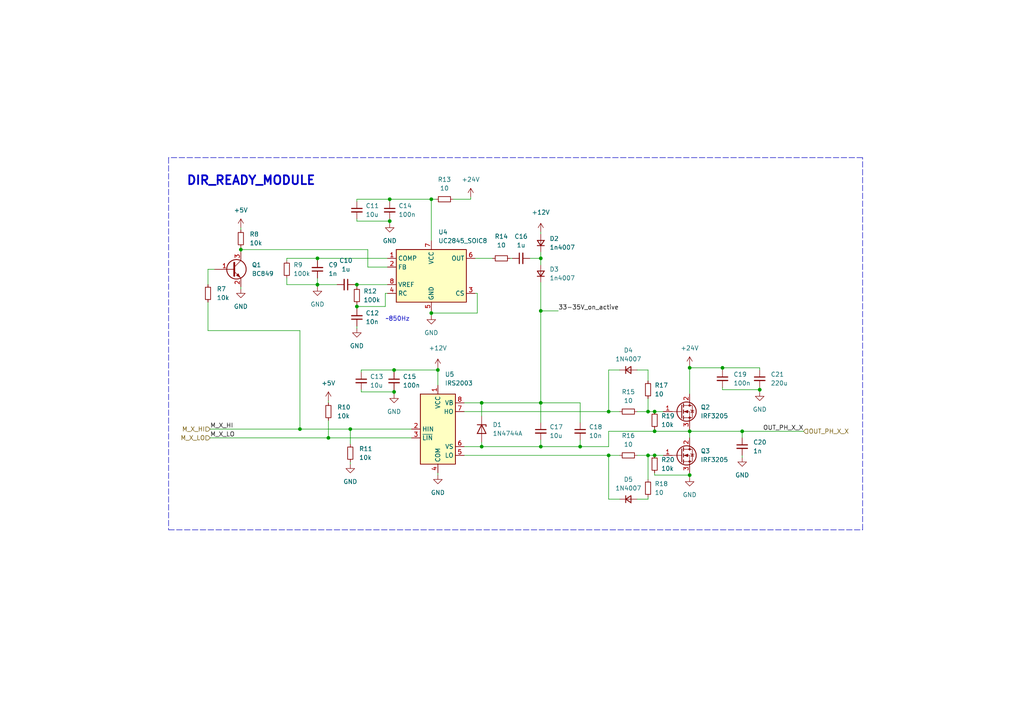
<source format=kicad_sch>
(kicad_sch (version 20211123) (generator eeschema)
  (paper "A4")
  (lib_symbols
    (symbol "Device:C_Small" (pin_numbers hide) (pin_names (offset 0.254) hide)
      (property "Reference" "C" (at 0.254 1.778 0))
      (property "Value" "C_Small" (at 0.254 -2.032 0))
      (symbol "C_Small_0_1"
        (polyline (pts (xy -1.524 -0.508) (xy 1.524 -0.508)) (stroke (width 0.3302)))
        (polyline (pts (xy -1.524 0.508) (xy 1.524 0.508)) (stroke (width 0.3048)))
      )
      (symbol "C_Small_1_1"
        (pin passive line (at 0 2.54 270) (length 2.032) (name "~") (number "1"))
        (pin passive line (at 0 -2.54 90) (length 2.032) (name "~") (number "2"))
      )
    )
    (symbol "Device:D_Small" (pin_numbers hide) (pin_names (offset 0.254) hide)
      (property "Reference" "D" (at -1.27 2.032 0))
      (property "Value" "D_Small" (at -3.81 -2.032 0))
      (symbol "D_Small_0_1"
        (polyline (pts (xy -0.762 -1.016) (xy -0.762 1.016)) (stroke (width 0.254)))
        (polyline (pts (xy -0.762 0) (xy 0.762 0)))
        (polyline (pts (xy 0.762 -1.016) (xy -0.762 0) (xy 0.762 1.016) (xy 0.762 -1.016)) (stroke (width 0.254)))
      )
      (symbol "D_Small_1_1"
        (pin passive line (at -2.54 0 0) (length 1.778) (name "K") (number "1"))
        (pin passive line (at 2.54 0 180) (length 1.778) (name "A") (number "2"))
      )
    )
    (symbol "Device:R_Small" (pin_numbers hide) (pin_names (offset 0.254) hide)
      (property "Reference" "R" (at 0.762 0.508 0))
      (property "Value" "R_Small" (at 0.762 -1.016 0))
      (symbol "R_Small_0_1"
        (rectangle (start -0.762 1.778) (end 0.762 -1.778) (stroke (width 0.2032)))
      )
      (symbol "R_Small_1_1"
        (pin passive line (at 0 2.54 270) (length 0.762) (name "~") (number "1"))
        (pin passive line (at 0 -2.54 90) (length 0.762) (name "~") (number "2"))
      )
    )
    (symbol "Diode:BZV55C15" (pin_numbers hide) (pin_names hide)
      (property "Reference" "D" (at 0 2.54 0))
      (property "Value" "BZV55C15" (at 0 -2.54 0))
      (symbol "BZV55C15_0_1"
        (polyline (pts (xy 1.27 0) (xy -1.27 0)))
        (polyline (pts (xy -1.27 -1.27) (xy -1.27 1.27) (xy -0.762 1.27)) (stroke (width 0.254)))
        (polyline (pts (xy 1.27 -1.27) (xy 1.27 1.27) (xy -1.27 0) (xy 1.27 -1.27)) (stroke (width 0.254)))
      )
      (symbol "BZV55C15_1_1"
        (pin passive line (at -3.81 0 0) (length 2.54) (name "K") (number "1"))
        (pin passive line (at 3.81 0 180) (length 2.54) (name "A") (number "2"))
      )
    )
    (symbol "Driver_FET:IRS2003"
      (property "Reference" "U" (at 1.27 13.335 0))
      (property "Value" "IRS2003" (at 1.27 11.43 0))
      (symbol "IRS2003_0_1"
        (rectangle (start -5.08 -10.16) (end 5.08 10.16) (stroke (width 0.254)) (fill (type background)))
      )
      (symbol "IRS2003_1_1"
        (pin power_in line (at 0 12.7 270) (length 2.54) (name "VCC") (number "1"))
        (pin input line (at -7.62 0 0) (length 2.54) (name "HIN") (number "2"))
        (pin input line (at -7.62 -2.54 0) (length 2.54) (name "~{LIN}") (number "3"))
        (pin power_in line (at 0 -12.7 90) (length 2.54) (name "COM") (number "4"))
        (pin output line (at 7.62 -7.62 180) (length 2.54) (name "LO") (number "5"))
        (pin passive line (at 7.62 -5.08 180) (length 2.54) (name "VS") (number "6"))
        (pin output line (at 7.62 5.08 180) (length 2.54) (name "HO") (number "7"))
        (pin passive line (at 7.62 7.62 180) (length 2.54) (name "VB") (number "8"))
      )
    )
    (symbol "Regulator_Controller:UC3844_SOIC8"
      (property "Reference" "U" (at 3.81 11.43 0))
      (property "Value" "UC3844_SOIC8" (at 3.81 8.89 0))
      (symbol "UC3844_SOIC8_0_1"
        (rectangle (start -10.16 -7.62) (end 10.16 7.62) (stroke (width 0.254)) (fill (type background)))
      )
      (symbol "UC3844_SOIC8_1_1"
        (pin passive line (at -12.7 5.08 0) (length 2.54) (name "COMP") (number "1"))
        (pin input line (at -12.7 2.54 0) (length 2.54) (name "FB") (number "2"))
        (pin input line (at 12.7 -5.08 180) (length 2.54) (name "CS") (number "3"))
        (pin passive line (at -12.7 -5.08 0) (length 2.54) (name "RC") (number "4"))
        (pin power_in line (at 0 -10.16 90) (length 2.54) (name "GND") (number "5"))
        (pin output line (at 12.7 5.08 180) (length 2.54) (name "OUT") (number "6"))
        (pin power_in line (at 0 10.16 270) (length 2.54) (name "VCC") (number "7"))
        (pin power_out line (at -12.7 -2.54 0) (length 2.54) (name "VREF") (number "8"))
      )
    )
    (symbol "Transistor_BJT:BC847" (pin_names (offset 0) hide)
      (property "Reference" "Q" (at 5.08 1.905 0))
      (property "Value" "BC847" (at 5.08 0 0))
      (symbol "BC847_0_1"
        (polyline (pts (xy 0.635 0.635) (xy 2.54 2.54)))
        (polyline (pts (xy 0.635 -0.635) (xy 2.54 -2.54) (xy 2.54 -2.54)))
        (polyline (pts (xy 0.635 1.905) (xy 0.635 -1.905) (xy 0.635 -1.905)) (stroke (width 0.508)))
        (polyline (pts (xy 1.27 -1.778) (xy 1.778 -1.27) (xy 2.286 -2.286) (xy 1.27 -1.778) (xy 1.27 -1.778)) (fill (type outline)))
        (circle (center 1.27 0) (radius 2.8194) (stroke (width 0.254)))
      )
      (symbol "BC847_1_1"
        (pin input line (at -5.08 0 0) (length 5.715) (name "B") (number "1"))
        (pin passive line (at 2.54 -5.08 90) (length 2.54) (name "E") (number "2"))
        (pin passive line (at 2.54 5.08 270) (length 2.54) (name "C") (number "3"))
      )
    )
    (symbol "Transistor_FET:IRF3205" (pin_names hide)
      (property "Reference" "Q" (at 6.35 1.905 0))
      (property "Value" "IRF3205" (at 6.35 0 0))
      (symbol "IRF3205_0_1"
        (polyline (pts (xy 0.254 0) (xy -2.54 0)))
        (polyline (pts (xy 0.254 1.905) (xy 0.254 -1.905)) (stroke (width 0.254)))
        (polyline (pts (xy 0.762 -1.27) (xy 0.762 -2.286)) (stroke (width 0.254)))
        (polyline (pts (xy 0.762 0.508) (xy 0.762 -0.508)) (stroke (width 0.254)))
        (polyline (pts (xy 0.762 2.286) (xy 0.762 1.27)) (stroke (width 0.254)))
        (polyline (pts (xy 2.54 2.54) (xy 2.54 1.778)))
        (polyline (pts (xy 2.54 -2.54) (xy 2.54 0) (xy 0.762 0)))
        (polyline (pts (xy 0.762 -1.778) (xy 3.302 -1.778) (xy 3.302 1.778) (xy 0.762 1.778)))
        (polyline (pts (xy 1.016 0) (xy 2.032 0.381) (xy 2.032 -0.381) (xy 1.016 0)) (fill (type outline)))
        (polyline (pts (xy 2.794 0.508) (xy 2.921 0.381) (xy 3.683 0.381) (xy 3.81 0.254)))
        (polyline (pts (xy 3.302 0.381) (xy 2.921 -0.254) (xy 3.683 -0.254) (xy 3.302 0.381)))
        (circle (center 1.651 0) (radius 2.794) (stroke (width 0.254)))
        (circle (center 2.54 -1.778) (radius 0.254) (fill (type outline)))
        (circle (center 2.54 1.778) (radius 0.254) (fill (type outline)))
      )
      (symbol "IRF3205_1_1"
        (pin input line (at -5.08 0 0) (length 2.54) (name "G") (number "1"))
        (pin passive line (at 2.54 5.08 270) (length 2.54) (name "D") (number "2"))
        (pin passive line (at 2.54 -5.08 90) (length 2.54) (name "S") (number "3"))
      )
    )
    (symbol "power:+12V" (power) (pin_names (offset 0))
      (property "Value" "+12V" (at 0 3.556 0))
      (symbol "+12V_0_1"
        (polyline (pts (xy -0.762 1.27) (xy 0 2.54)))
        (polyline (pts (xy 0 0) (xy 0 2.54)))
        (polyline (pts (xy 0 2.54) (xy 0.762 1.27)))
      )
      (symbol "+12V_1_1"
        (pin power_in line (at 0 0 90) (length 0) hide (name "+12V") (number "1"))
      )
    )
    (symbol "power:+24V" (power) (pin_names (offset 0))
      (property "Value" "+24V" (at 0 3.556 0))
      (symbol "+24V_0_1"
        (polyline (pts (xy -0.762 1.27) (xy 0 2.54)))
        (polyline (pts (xy 0 0) (xy 0 2.54)))
        (polyline (pts (xy 0 2.54) (xy 0.762 1.27)))
      )
      (symbol "+24V_1_1"
        (pin power_in line (at 0 0 90) (length 0) hide (name "+24V") (number "1"))
      )
    )
    (symbol "power:+5V" (power) (pin_names (offset 0))
      (property "Value" "+5V" (at 0 3.556 0))
      (symbol "+5V_0_1"
        (polyline (pts (xy -0.762 1.27) (xy 0 2.54)))
        (polyline (pts (xy 0 0) (xy 0 2.54)))
        (polyline (pts (xy 0 2.54) (xy 0.762 1.27)))
      )
      (symbol "+5V_1_1"
        (pin power_in line (at 0 0 90) (length 0) hide (name "+5V") (number "1"))
      )
    )
    (symbol "power:GND" (power) (pin_names (offset 0))
      (property "Value" "GND" (at 0 -3.81 0))
      (symbol "GND_0_1"
        (polyline (pts (xy 0 0) (xy 0 -1.27) (xy 1.27 -1.27) (xy 0 -2.54) (xy -1.27 -1.27) (xy 0 -1.27)))
      )
      (symbol "GND_1_1"
        (pin power_in line (at 0 0 270) (length 0) hide (name "GND") (number "1"))
      )
    )
  )
  (junction (at 114.3 113.665))
  (junction (at 200.025 125.095))
  (junction (at 168.275 129.54))
  (junction (at 176.53 132.08))
  (junction (at 209.55 106.68))
  (junction (at 215.265 125.095))
  (junction (at 200.025 137.795))
  (junction (at 156.845 116.84))
  (junction (at 92.075 82.55))
  (junction (at 139.7 129.54))
  (junction (at 156.845 129.54))
  (junction (at 156.845 90.17))
  (junction (at 200.025 106.68))
  (junction (at 189.865 132.08))
  (junction (at 114.3 107.315))
  (junction (at 92.075 74.93))
  (junction (at 125.095 57.785))
  (junction (at 113.03 64.135))
  (junction (at 69.85 72.39))
  (junction (at 176.53 119.38))
  (junction (at 139.7 116.84))
  (junction (at 113.03 57.785))
  (junction (at 103.505 82.55))
  (junction (at 220.345 113.03))
  (junction (at 127 107.315))
  (junction (at 156.845 74.93))
  (junction (at 189.865 125.095))
  (junction (at 103.505 88.9))
  (junction (at 101.6 124.46))
  (junction (at 187.96 119.38))
  (junction (at 125.095 90.805))
  (junction (at 189.865 119.38))
  (junction (at 95.25 127))
  (junction (at 86.995 124.46))
  (junction (at 187.96 132.08))
  (wire (pts (xy 200.025 106.045) (xy 200.025 106.68)))
  (wire (pts (xy 215.265 132.08) (xy 215.265 132.715)))
  (wire (pts (xy 112.395 77.47) (xy 106.68 77.47)))
  (wire (pts (xy 103.505 57.785) (xy 113.03 57.785)))
  (wire (pts (xy 106.68 77.47) (xy 106.68 72.39)))
  (wire (pts (xy 220.345 107.315) (xy 220.345 106.68)))
  (wire (pts (xy 134.62 119.38) (xy 176.53 119.38)))
  (wire (pts (xy 138.43 85.09) (xy 138.43 90.805)))
  (wire (pts (xy 104.775 113.665) (xy 114.3 113.665)))
  (wire (pts (xy 60.96 127) (xy 95.25 127)))
  (wire (pts (xy 92.075 82.55) (xy 92.075 83.185)))
  (wire (pts (xy 184.785 132.08) (xy 187.96 132.08)))
  (wire (pts (xy 156.845 90.17) (xy 156.845 116.84)))
  (wire (pts (xy 176.53 144.78) (xy 176.53 132.08)))
  (wire (pts (xy 101.6 124.46) (xy 101.6 128.905)))
  (wire (pts (xy 139.7 128.27) (xy 139.7 129.54)))
  (wire (pts (xy 95.25 121.92) (xy 95.25 127)))
  (wire (pts (xy 176.53 132.08) (xy 179.705 132.08)))
  (wire (pts (xy 187.96 119.38) (xy 189.865 119.38)))
  (polyline (pts (xy 250.19 153.67) (xy 250.19 45.72)))
  (wire (pts (xy 125.095 57.785) (xy 113.03 57.785)))
  (wire (pts (xy 156.845 129.54) (xy 139.7 129.54)))
  (wire (pts (xy 179.705 107.315) (xy 176.53 107.315)))
  (wire (pts (xy 103.505 58.42) (xy 103.505 57.785)))
  (wire (pts (xy 156.845 74.93) (xy 156.845 73.025)))
  (wire (pts (xy 92.075 74.93) (xy 92.075 75.565)))
  (polyline (pts (xy 250.19 45.72) (xy 48.895 45.72)))
  (wire (pts (xy 187.96 144.145) (xy 187.96 144.78)))
  (wire (pts (xy 86.995 124.46) (xy 101.6 124.46)))
  (polyline (pts (xy 48.895 45.72) (xy 48.895 153.67)))
  (wire (pts (xy 103.505 82.55) (xy 103.505 83.185)))
  (wire (pts (xy 147.955 74.93) (xy 148.59 74.93)))
  (wire (pts (xy 95.25 127) (xy 119.38 127)))
  (wire (pts (xy 176.53 125.095) (xy 189.865 125.095)))
  (wire (pts (xy 113.03 64.135) (xy 113.03 63.5)))
  (wire (pts (xy 138.43 90.805) (xy 125.095 90.805)))
  (wire (pts (xy 176.53 119.38) (xy 179.705 119.38)))
  (wire (pts (xy 200.025 125.095) (xy 189.865 125.095)))
  (wire (pts (xy 189.865 132.08) (xy 192.405 132.08)))
  (wire (pts (xy 103.505 94.615) (xy 103.505 95.25)))
  (wire (pts (xy 103.505 88.9) (xy 103.505 89.535)))
  (wire (pts (xy 215.265 125.095) (xy 233.045 125.095)))
  (wire (pts (xy 69.85 72.39) (xy 106.68 72.39)))
  (wire (pts (xy 187.96 110.49) (xy 187.96 107.315)))
  (wire (pts (xy 125.095 69.85) (xy 125.095 57.785)))
  (wire (pts (xy 200.025 137.795) (xy 200.025 138.43)))
  (wire (pts (xy 69.85 71.755) (xy 69.85 72.39)))
  (wire (pts (xy 137.795 85.09) (xy 138.43 85.09)))
  (wire (pts (xy 168.275 129.54) (xy 156.845 129.54)))
  (wire (pts (xy 220.345 112.395) (xy 220.345 113.03)))
  (wire (pts (xy 103.505 64.135) (xy 113.03 64.135)))
  (wire (pts (xy 209.55 112.395) (xy 209.55 113.03)))
  (wire (pts (xy 187.96 132.08) (xy 189.865 132.08)))
  (wire (pts (xy 60.325 95.885) (xy 86.995 95.885)))
  (wire (pts (xy 114.3 113.03) (xy 114.3 113.665)))
  (wire (pts (xy 156.845 116.84) (xy 156.845 122.555)))
  (wire (pts (xy 215.265 125.095) (xy 215.265 127)))
  (wire (pts (xy 83.185 82.55) (xy 83.185 80.645)))
  (wire (pts (xy 69.85 66.04) (xy 69.85 66.675)))
  (wire (pts (xy 112.395 85.09) (xy 111.76 85.09)))
  (wire (pts (xy 92.075 82.55) (xy 83.185 82.55)))
  (wire (pts (xy 156.845 74.93) (xy 156.845 76.835)))
  (wire (pts (xy 134.62 116.84) (xy 139.7 116.84)))
  (wire (pts (xy 184.785 119.38) (xy 187.96 119.38)))
  (wire (pts (xy 97.79 82.55) (xy 92.075 82.55)))
  (wire (pts (xy 92.075 80.645) (xy 92.075 82.55)))
  (wire (pts (xy 200.025 124.46) (xy 200.025 125.095)))
  (wire (pts (xy 189.865 124.46) (xy 189.865 125.095)))
  (wire (pts (xy 187.96 107.315) (xy 184.785 107.315)))
  (wire (pts (xy 83.185 74.93) (xy 83.185 75.565)))
  (wire (pts (xy 187.96 115.57) (xy 187.96 119.38)))
  (wire (pts (xy 187.96 132.08) (xy 187.96 139.065)))
  (wire (pts (xy 184.785 144.78) (xy 187.96 144.78)))
  (wire (pts (xy 127 106.68) (xy 127 107.315)))
  (wire (pts (xy 200.025 106.68) (xy 200.025 114.3)))
  (wire (pts (xy 114.3 114.3) (xy 114.3 113.665)))
  (wire (pts (xy 69.85 83.185) (xy 69.85 83.82)))
  (wire (pts (xy 127 107.315) (xy 127 111.76)))
  (wire (pts (xy 69.85 72.39) (xy 69.85 73.025)))
  (wire (pts (xy 209.55 106.68) (xy 220.345 106.68)))
  (wire (pts (xy 156.845 67.31) (xy 156.845 67.945)))
  (polyline (pts (xy 48.895 153.67) (xy 250.19 153.67)))
  (wire (pts (xy 189.865 119.38) (xy 192.405 119.38)))
  (wire (pts (xy 114.3 107.95) (xy 114.3 107.315)))
  (wire (pts (xy 102.87 82.55) (xy 103.505 82.55)))
  (wire (pts (xy 137.795 74.93) (xy 142.875 74.93)))
  (wire (pts (xy 83.185 74.93) (xy 92.075 74.93)))
  (wire (pts (xy 179.705 144.78) (xy 176.53 144.78)))
  (wire (pts (xy 104.775 113.03) (xy 104.775 113.665)))
  (wire (pts (xy 168.275 122.555) (xy 168.275 116.84)))
  (wire (pts (xy 189.865 137.795) (xy 200.025 137.795)))
  (wire (pts (xy 200.025 125.095) (xy 200.025 127)))
  (wire (pts (xy 168.275 116.84) (xy 156.845 116.84)))
  (wire (pts (xy 136.525 57.15) (xy 136.525 57.785)))
  (wire (pts (xy 103.505 88.265) (xy 103.505 88.9)))
  (wire (pts (xy 209.55 113.03) (xy 220.345 113.03)))
  (wire (pts (xy 60.325 87.63) (xy 60.325 95.885)))
  (wire (pts (xy 156.845 90.17) (xy 161.925 90.17)))
  (wire (pts (xy 139.7 116.84) (xy 156.845 116.84)))
  (wire (pts (xy 200.025 125.095) (xy 215.265 125.095)))
  (wire (pts (xy 168.275 127.635) (xy 168.275 129.54)))
  (wire (pts (xy 112.395 82.55) (xy 103.505 82.55)))
  (wire (pts (xy 200.025 106.68) (xy 209.55 106.68)))
  (wire (pts (xy 125.095 90.17) (xy 125.095 90.805)))
  (wire (pts (xy 60.96 124.46) (xy 86.995 124.46)))
  (wire (pts (xy 176.53 107.315) (xy 176.53 119.38)))
  (wire (pts (xy 200.025 137.16) (xy 200.025 137.795)))
  (wire (pts (xy 111.76 85.09) (xy 111.76 88.9)))
  (wire (pts (xy 220.345 113.03) (xy 220.345 113.665)))
  (wire (pts (xy 127 137.16) (xy 127 137.795)))
  (wire (pts (xy 156.845 81.915) (xy 156.845 90.17)))
  (wire (pts (xy 113.03 57.785) (xy 113.03 58.42)))
  (wire (pts (xy 111.76 88.9) (xy 103.505 88.9)))
  (wire (pts (xy 86.995 95.885) (xy 86.995 124.46)))
  (wire (pts (xy 139.7 116.84) (xy 139.7 120.65)))
  (wire (pts (xy 60.325 78.105) (xy 60.325 82.55)))
  (wire (pts (xy 114.3 107.315) (xy 127 107.315)))
  (wire (pts (xy 125.095 91.44) (xy 125.095 90.805)))
  (wire (pts (xy 126.365 57.785) (xy 125.095 57.785)))
  (wire (pts (xy 101.6 124.46) (xy 119.38 124.46)))
  (wire (pts (xy 156.845 127.635) (xy 156.845 129.54)))
  (wire (pts (xy 104.775 107.315) (xy 114.3 107.315)))
  (wire (pts (xy 92.075 74.93) (xy 112.395 74.93)))
  (wire (pts (xy 134.62 132.08) (xy 176.53 132.08)))
  (wire (pts (xy 176.53 125.095) (xy 176.53 129.54)))
  (wire (pts (xy 95.25 116.205) (xy 95.25 116.84)))
  (wire (pts (xy 153.67 74.93) (xy 156.845 74.93)))
  (wire (pts (xy 139.7 129.54) (xy 134.62 129.54)))
  (wire (pts (xy 136.525 57.785) (xy 131.445 57.785)))
  (wire (pts (xy 62.23 78.105) (xy 60.325 78.105)))
  (wire (pts (xy 176.53 129.54) (xy 168.275 129.54)))
  (wire (pts (xy 209.55 107.315) (xy 209.55 106.68)))
  (wire (pts (xy 103.505 63.5) (xy 103.505 64.135)))
  (wire (pts (xy 104.775 107.315) (xy 104.775 107.95)))
  (wire (pts (xy 113.03 64.135) (xy 113.03 64.77)))
  (wire (pts (xy 101.6 133.985) (xy 101.6 134.62)))
  (wire (pts (xy 189.865 137.16) (xy 189.865 137.795)))
  (text "DIR_READY_MODULE" (at 53.975 53.975 0) (effects (font (size 2.54 2.54) (thickness 0.508) bold) (justify left bottom)))
  (text "~850Hz" (at 111.76 93.345 0) (effects (font (size 1.27 1.27)) (justify left bottom)))
  (label "M_X_LO" (at 60.96 127 0))
  (label "M_X_HI" (at 60.96 124.46 0))
  (label "33-35V_on_active" (at 161.925 90.17 0))
  (label "OUT_PH_X_X" (at 233.045 125.095 180))
  (hierarchical_label "M_X_HI" (shape input) (at 60.96 124.46 180))
  (hierarchical_label "OUT_PH_X_X" (shape input) (at 233.045 125.095 0))
  (hierarchical_label "M_X_LO" (shape input) (at 60.96 127 180))
  (symbol (lib_id "Device:R_Small") (at 182.245 132.08 90) (unit 1)
    (property "Reference" "R16" (at 182.245 126.365 90))
    (property "Value" "10" (at 182.245 128.905 90))
    (property "Footprint" "Resistor_THT:R_Axial_DIN0204_L3.6mm_D1.6mm_P5.08mm_Horizontal" (effects hide))
  )
  (symbol (lib_id "Regulator_Controller:UC3844_SOIC8") (at 125.095 80.01 0) (unit 1)
    (property "Reference" "U4" (at 127.1144 67.31 0) (effects (justify left)))
    (property "Value" "UC2845_SOIC8" (at 127.1144 69.85 0) (effects (justify left)))
    (property "Footprint" "Package_DIP:DIP-8_W7.62mm" (effects hide))
    (property "Datasheet" "http://www.ti.com/lit/ds/symlink/uc3842.pdf" (effects hide))
  )
  (symbol (lib_id "Device:R_Small") (at 69.85 69.215 180) (unit 1)
    (property "Reference" "R8" (at 72.39 67.9449 0) (effects (justify right)))
    (property "Value" "10k" (at 72.39 70.4849 0) (effects (justify right)))
    (property "Footprint" "Resistor_THT:R_Axial_DIN0204_L3.6mm_D1.6mm_P5.08mm_Horizontal" (effects hide))
  )
  (symbol (lib_id "Device:R_Small") (at 187.96 141.605 180) (unit 1)
    (property "Reference" "R18" (at 189.865 140.3349 0) (effects (justify right)))
    (property "Value" "10" (at 189.865 142.8749 0) (effects (justify right)))
    (property "Footprint" "Resistor_THT:R_Axial_DIN0204_L3.6mm_D1.6mm_P5.08mm_Horizontal" (effects hide))
  )
  (symbol (lib_id "Device:C_Small") (at 114.3 110.49 0) (unit 1)
    (property "Reference" "C15" (at 116.84 109.2262 0) (effects (justify left)))
    (property "Value" "100n" (at 116.84 111.7662 0) (effects (justify left)))
    (property "Footprint" "Capacitor_THT:C_Rect_L7.0mm_W6.0mm_P5.00mm" (effects hide))
  )
  (symbol (lib_id "Device:R_Small") (at 101.6 131.445 180) (unit 1)
    (property "Reference" "R11" (at 104.14 130.1749 0) (effects (justify right)))
    (property "Value" "10k" (at 104.14 132.7149 0) (effects (justify right)))
    (property "Footprint" "Resistor_THT:R_Axial_DIN0204_L3.6mm_D1.6mm_P5.08mm_Horizontal" (effects hide))
  )
  (symbol (lib_id "Device:C_Small") (at 156.845 125.095 0) (unit 1)
    (property "Reference" "C17" (at 159.385 123.8312 0) (effects (justify left)))
    (property "Value" "10u" (at 159.385 126.3712 0) (effects (justify left)))
    (property "Footprint" "Capacitor_THT:CP_Radial_D5.0mm_P2.00mm" (effects hide))
  )
  (symbol (lib_id "Device:C_Small") (at 103.505 60.96 0) (unit 1)
    (property "Reference" "C11" (at 106.045 59.6962 0) (effects (justify left)))
    (property "Value" "10u" (at 106.045 62.2362 0) (effects (justify left)))
    (property "Footprint" "Capacitor_THT:CP_Radial_D5.0mm_P2.00mm" (effects hide))
  )
  (symbol (lib_id "power:+12V") (at 156.845 67.31 0) (unit 1)
    (property "Reference" "#PWR030" (effects hide))
    (property "Value" "+12V" (at 156.845 61.595 0))
  )
  (symbol (lib_id "Device:R_Small") (at 187.96 113.03 180) (unit 1)
    (property "Reference" "R17" (at 189.865 111.7599 0) (effects (justify right)))
    (property "Value" "10" (at 189.865 114.2999 0) (effects (justify right)))
    (property "Footprint" "Resistor_THT:R_Axial_DIN0204_L3.6mm_D1.6mm_P5.08mm_Horizontal" (effects hide))
  )
  (symbol (lib_id "Transistor_BJT:BC847") (at 67.31 78.105 0) (unit 1)
    (property "Reference" "Q1" (at 73.025 76.8349 0) (effects (justify left)))
    (property "Value" "BC849" (at 73.025 79.3749 0) (effects (justify left)))
    (property "Footprint" "Package_TO_SOT_THT:TO-92" (effects hide))
    (property "Datasheet" "http://www.infineon.com/dgdl/Infineon-BC847SERIES_BC848SERIES_BC849SERIES_BC850SERIES-DS-v01_01-en.pdf?fileId=db3a304314dca389011541d4630a1657" (effects hide))
  )
  (symbol (lib_id "Device:D_Small") (at 182.245 144.78 0) (unit 1)
    (property "Reference" "D5" (at 182.245 139.065 0))
    (property "Value" "1N4007" (at 182.245 141.605 0))
    (property "Footprint" "Diode_THT:D_DO-41_SOD81_P5.08mm_Vertical_AnodeUp" (effects hide))
  )
  (symbol (lib_id "Device:C_Small") (at 113.03 60.96 0) (unit 1)
    (property "Reference" "C14" (at 115.57 59.6962 0) (effects (justify left)))
    (property "Value" "100n" (at 115.57 62.2362 0) (effects (justify left)))
    (property "Footprint" "Capacitor_THT:C_Rect_L7.0mm_W6.0mm_P5.00mm" (effects hide))
  )
  (symbol (lib_id "Device:D_Small") (at 156.845 79.375 90) (unit 1)
    (property "Reference" "D3" (at 159.385 78.1049 90) (effects (justify right)))
    (property "Value" "1n4007" (at 159.385 80.6449 90) (effects (justify right)))
    (property "Footprint" "Diode_THT:D_DO-41_SOD81_P5.08mm_Vertical_AnodeUp" (effects hide))
  )
  (symbol (lib_id "Device:R_Small") (at 103.505 85.725 0) (unit 1)
    (property "Reference" "R12" (at 105.41 84.4549 0) (effects (justify left)))
    (property "Value" "100k" (at 105.41 86.9949 0) (effects (justify left)))
    (property "Footprint" "Resistor_THT:R_Axial_DIN0204_L3.6mm_D1.6mm_P5.08mm_Horizontal" (effects hide))
  )
  (symbol (lib_id "Device:R_Small") (at 60.325 85.09 180) (unit 1)
    (property "Reference" "R7" (at 62.865 83.8199 0) (effects (justify right)))
    (property "Value" "10k" (at 62.865 86.3599 0) (effects (justify right)))
    (property "Footprint" "Resistor_THT:R_Axial_DIN0204_L3.6mm_D1.6mm_P5.08mm_Horizontal" (effects hide))
  )
  (symbol (lib_id "Device:D_Small") (at 182.245 107.315 0) (unit 1)
    (property "Reference" "D4" (at 182.245 101.6 0))
    (property "Value" "1N4007" (at 182.245 104.14 0))
    (property "Footprint" "Diode_THT:D_DO-41_SOD81_P5.08mm_Vertical_AnodeUp" (effects hide))
  )
  (symbol (lib_id "Device:C_Small") (at 104.775 110.49 0) (unit 1)
    (property "Reference" "C13" (at 107.315 109.2262 0) (effects (justify left)))
    (property "Value" "10u" (at 107.315 111.7662 0) (effects (justify left)))
    (property "Footprint" "Capacitor_THT:CP_Radial_D5.0mm_P2.00mm" (effects hide))
  )
  (symbol (lib_id "Device:C_Small") (at 103.505 92.075 180) (unit 1)
    (property "Reference" "C12" (at 106.045 90.7985 0) (effects (justify right)))
    (property "Value" "10n" (at 106.045 93.3385 0) (effects (justify right)))
    (property "Footprint" "Capacitor_THT:C_Rect_L7.0mm_W6.0mm_P5.00mm" (effects hide))
  )
  (symbol (lib_id "Device:R_Small") (at 95.25 119.38 180) (unit 1)
    (property "Reference" "R10" (at 97.79 118.1099 0) (effects (justify right)))
    (property "Value" "10k" (at 97.79 120.6499 0) (effects (justify right)))
    (property "Footprint" "Resistor_THT:R_Axial_DIN0204_L3.6mm_D1.6mm_P5.08mm_Horizontal" (effects hide))
  )
  (symbol (lib_id "power:GND") (at 114.3 114.3 0) (unit 1)
    (property "Reference" "#PWR025" (effects hide))
    (property "Value" "GND" (at 114.3 119.38 0))
  )
  (symbol (lib_id "Device:R_Small") (at 83.185 78.105 0) (unit 1)
    (property "Reference" "R9" (at 85.09 76.8349 0) (effects (justify left)))
    (property "Value" "100k" (at 85.09 79.3749 0) (effects (justify left)))
    (property "Footprint" "Resistor_THT:R_Axial_DIN0204_L3.6mm_D1.6mm_P5.08mm_Horizontal" (effects hide))
  )
  (symbol (lib_id "Device:C_Small") (at 100.33 82.55 270) (unit 1)
    (property "Reference" "C10" (at 100.3236 75.565 90))
    (property "Value" "1u" (at 100.3236 78.105 90))
    (property "Footprint" "Capacitor_THT:C_Rect_L9.0mm_W5.7mm_P7.50mm_MKT" (effects hide))
  )
  (symbol (lib_id "Transistor_FET:IRF3205") (at 197.485 132.08 0) (unit 1)
    (property "Reference" "Q3" (at 203.2 130.8099 0) (effects (justify left)))
    (property "Value" "IRF3205" (at 203.2 133.3499 0) (effects (justify left)))
    (property "Footprint" "Package_TO_SOT_THT:TO-220-3_Vertical" (effects hide))
    (property "Datasheet" "http://www.irf.com/product-info/datasheets/data/irf3205.pdf" (effects hide))
  )
  (symbol (lib_id "power:GND") (at 125.095 91.44 0) (unit 1)
    (property "Reference" "#PWR026" (effects hide))
    (property "Value" "GND" (at 125.095 96.52 0))
  )
  (symbol (lib_id "power:+12V") (at 127 106.68 0) (unit 1)
    (property "Reference" "#PWR027" (effects hide))
    (property "Value" "+12V" (at 127 100.965 0))
  )
  (symbol (lib_id "power:GND") (at 127 137.795 0) (unit 1)
    (property "Reference" "#PWR028" (effects hide))
    (property "Value" "GND" (at 127 142.875 0))
  )
  (symbol (lib_id "power:GND") (at 103.505 95.25 0) (unit 1)
    (property "Reference" "#PWR023" (effects hide))
    (property "Value" "GND" (at 103.505 100.33 0))
  )
  (symbol (lib_id "power:GND") (at 101.6 134.62 0) (unit 1)
    (property "Reference" "#PWR022" (effects hide))
    (property "Value" "GND" (at 101.6 139.7 0))
  )
  (symbol (lib_id "Device:R_Small") (at 145.415 74.93 270) (unit 1)
    (property "Reference" "R14" (at 145.415 68.58 90))
    (property "Value" "10" (at 145.415 71.12 90))
    (property "Footprint" "Resistor_THT:R_Axial_DIN0204_L3.6mm_D1.6mm_P5.08mm_Horizontal" (effects hide))
  )
  (symbol (lib_id "power:GND") (at 113.03 64.77 0) (unit 1)
    (property "Reference" "#PWR024" (effects hide))
    (property "Value" "GND" (at 113.03 69.85 0))
  )
  (symbol (lib_id "power:+5V") (at 95.25 116.205 0) (unit 1)
    (property "Reference" "#PWR021" (effects hide))
    (property "Value" "+5V" (at 95.25 111.125 0))
  )
  (symbol (lib_id "Device:C_Small") (at 168.275 125.095 0) (unit 1)
    (property "Reference" "C18" (at 170.815 123.8312 0) (effects (justify left)))
    (property "Value" "10n" (at 170.815 126.3712 0) (effects (justify left)))
    (property "Footprint" "Capacitor_THT:C_Rect_L7.0mm_W6.0mm_P5.00mm" (effects hide))
  )
  (symbol (lib_id "power:+24V") (at 200.025 106.045 0) (unit 1)
    (property "Reference" "#PWR031" (effects hide))
    (property "Value" "+24V" (at 200.025 100.965 0))
  )
  (symbol (lib_id "Device:C_Small") (at 92.075 78.105 180) (unit 1)
    (property "Reference" "C9" (at 95.25 76.8285 0) (effects (justify right)))
    (property "Value" "1n" (at 95.25 79.3685 0) (effects (justify right)))
    (property "Footprint" "Capacitor_THT:C_Rect_L7.0mm_W6.0mm_P5.00mm" (effects hide))
  )
  (symbol (lib_id "Diode:BZV55C15") (at 139.7 124.46 270) (unit 1)
    (property "Reference" "D1" (at 142.875 123.1899 90) (effects (justify left)))
    (property "Value" "1N4744A" (at 142.875 125.7299 90) (effects (justify left)))
    (property "Footprint" "Diode_THT:D_DO-41_SOD81_P5.08mm_Vertical_AnodeUp" (effects hide))
  )
  (symbol (lib_id "Device:C_Small") (at 215.265 129.54 0) (unit 1)
    (property "Reference" "C20" (at 218.44 128.2762 0) (effects (justify left)))
    (property "Value" "1n" (at 218.44 130.8162 0) (effects (justify left)))
    (property "Footprint" "Capacitor_THT:C_Rect_L7.0mm_W6.0mm_P5.00mm" (effects hide))
  )
  (symbol (lib_id "power:GND") (at 215.265 132.715 0) (unit 1)
    (property "Reference" "#PWR033" (effects hide))
    (property "Value" "GND" (at 215.265 137.795 0))
  )
  (symbol (lib_id "power:GND") (at 220.345 113.665 0) (unit 1)
    (property "Reference" "#PWR034" (effects hide))
    (property "Value" "GND" (at 220.345 118.745 0))
  )
  (symbol (lib_id "Device:C_Small") (at 220.345 109.855 0) (unit 1)
    (property "Reference" "C21" (at 223.52 108.5912 0) (effects (justify left)))
    (property "Value" "220u" (at 223.52 111.1312 0) (effects (justify left)))
    (property "Footprint" "Capacitor_THT:CP_Radial_D10.0mm_P7.50mm" (effects hide))
  )
  (symbol (lib_id "Device:R_Small") (at 189.865 134.62 180) (unit 1)
    (property "Reference" "R20" (at 191.77 133.3499 0) (effects (justify right)))
    (property "Value" "10k" (at 191.77 135.8899 0) (effects (justify right)))
    (property "Footprint" "Resistor_THT:R_Axial_DIN0204_L3.6mm_D1.6mm_P5.08mm_Horizontal" (effects hide))
  )
  (symbol (lib_id "power:GND") (at 69.85 83.82 0) (unit 1)
    (property "Reference" "#PWR019" (effects hide))
    (property "Value" "GND" (at 69.85 88.9 0))
  )
  (symbol (lib_id "Device:C_Small") (at 151.13 74.93 90) (unit 1)
    (property "Reference" "C16" (at 151.1363 68.58 90))
    (property "Value" "1u" (at 151.1363 71.12 90))
    (property "Footprint" "Capacitor_THT:C_Rect_L9.0mm_W5.7mm_P7.50mm_MKT" (effects hide))
  )
  (symbol (lib_id "Driver_FET:IRS2003") (at 127 124.46 0) (unit 1)
    (property "Reference" "U5" (at 129.0194 108.585 0) (effects (justify left)))
    (property "Value" "IRS2003" (at 129.0194 111.125 0) (effects (justify left)))
    (property "Footprint" "Package_DIP:DIP-8_W7.62mm" (effects hide))
    (property "Datasheet" "https://www.infineon.com/dgdl/irs2003pbf.pdf?fileId=5546d462533600a401535675afec2780" (effects hide))
  )
  (symbol (lib_id "Device:R_Small") (at 182.245 119.38 90) (unit 1)
    (property "Reference" "R15" (at 182.245 113.665 90))
    (property "Value" "10" (at 182.245 116.205 90))
    (property "Footprint" "Resistor_THT:R_Axial_DIN0204_L3.6mm_D1.6mm_P5.08mm_Horizontal" (effects hide))
  )
  (symbol (lib_id "power:GND") (at 200.025 138.43 0) (unit 1)
    (property "Reference" "#PWR032" (effects hide))
    (property "Value" "GND" (at 200.025 143.51 0))
  )
  (symbol (lib_id "power:+5V") (at 69.85 66.04 0) (unit 1)
    (property "Reference" "#PWR018" (effects hide))
    (property "Value" "+5V" (at 69.85 60.96 0))
  )
  (symbol (lib_id "Device:R_Small") (at 128.905 57.785 270) (unit 1)
    (property "Reference" "R13" (at 128.905 52.07 90))
    (property "Value" "10" (at 128.905 54.61 90))
    (property "Footprint" "Resistor_THT:R_Axial_DIN0204_L3.6mm_D1.6mm_P5.08mm_Horizontal" (effects hide))
  )
  (symbol (lib_id "Device:R_Small") (at 189.865 121.92 180) (unit 1)
    (property "Reference" "R19" (at 191.77 120.6499 0) (effects (justify right)))
    (property "Value" "10k" (at 191.77 123.1899 0) (effects (justify right)))
    (property "Footprint" "Resistor_THT:R_Axial_DIN0204_L3.6mm_D1.6mm_P5.08mm_Horizontal" (effects hide))
  )
  (symbol (lib_id "power:GND") (at 92.075 83.185 0) (unit 1)
    (property "Reference" "#PWR020" (effects hide))
    (property "Value" "GND" (at 92.075 88.265 0))
  )
  (symbol (lib_id "Transistor_FET:IRF3205") (at 197.485 119.38 0) (unit 1)
    (property "Reference" "Q2" (at 203.2 118.1099 0) (effects (justify left)))
    (property "Value" "IRF3205" (at 203.2 120.6499 0) (effects (justify left)))
    (property "Footprint" "Package_TO_SOT_THT:TO-220-3_Vertical" (effects hide))
    (property "Datasheet" "http://www.irf.com/product-info/datasheets/data/irf3205.pdf" (effects hide))
  )
  (symbol (lib_id "power:+24V") (at 136.525 57.15 0) (unit 1)
    (property "Reference" "#PWR029" (effects hide))
    (property "Value" "+24V" (at 136.525 52.07 0))
  )
  (symbol (lib_id "Device:C_Small") (at 209.55 109.855 0) (unit 1)
    (property "Reference" "C19" (at 212.725 108.5912 0) (effects (justify left)))
    (property "Value" "100n" (at 212.725 111.1312 0) (effects (justify left)))
    (property "Footprint" "Capacitor_THT:C_Rect_L7.0mm_W6.0mm_P5.00mm" (effects hide))
  )
  (symbol (lib_id "Device:D_Small") (at 156.845 70.485 90) (unit 1)
    (property "Reference" "D2" (at 159.385 69.2149 90) (effects (justify right)))
    (property "Value" "1n4007" (at 159.385 71.7549 90) (effects (justify right)))
    (property "Footprint" "Diode_THT:D_DO-41_SOD81_P5.08mm_Vertical_AnodeUp" (effects hide))
  )
)
</source>
